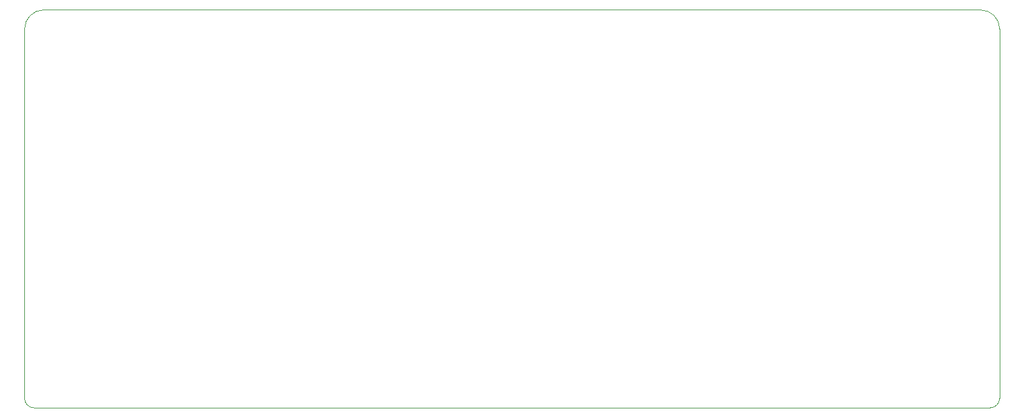
<source format=gbr>
%TF.GenerationSoftware,KiCad,Pcbnew,(6.0.6)*%
%TF.CreationDate,2022-07-10T09:52:37+02:00*%
%TF.ProjectId,GottaGoFaSDZ3,476f7474-6147-46f4-9661-53445a332e6b,rev?*%
%TF.SameCoordinates,Original*%
%TF.FileFunction,Profile,NP*%
%FSLAX46Y46*%
G04 Gerber Fmt 4.6, Leading zero omitted, Abs format (unit mm)*
G04 Created by KiCad (PCBNEW (6.0.6)) date 2022-07-10 09:52:37*
%MOMM*%
%LPD*%
G01*
G04 APERTURE LIST*
%TA.AperFunction,Profile*%
%ADD10C,0.050000*%
%TD*%
G04 APERTURE END LIST*
D10*
X88074322Y-117711778D02*
G75*
G03*
X89344327Y-118981778I1269978J-22D01*
G01*
X90614333Y-66184165D02*
X214769522Y-66184170D01*
X90614333Y-66184233D02*
G75*
G03*
X88074333Y-68724165I-33J-2539967D01*
G01*
X217309533Y-117711774D02*
X217309533Y-68724165D01*
X216039533Y-118981833D02*
G75*
G03*
X217309533Y-117711774I-33J1270033D01*
G01*
X89344327Y-118981778D02*
X216039533Y-118981774D01*
X88074327Y-117711778D02*
X88074333Y-68724165D01*
X217309535Y-68724165D02*
G75*
G03*
X214769533Y-66184165I-2540035J-35D01*
G01*
M02*

</source>
